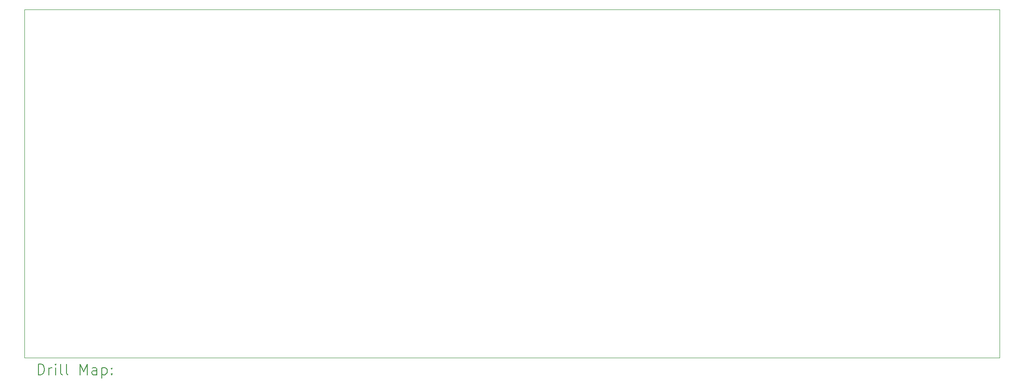
<source format=gbr>
%TF.GenerationSoftware,KiCad,Pcbnew,7.0.5-0*%
%TF.CreationDate,2023-07-07T16:59:42-04:00*%
%TF.ProjectId,nixie,6e697869-652e-46b6-9963-61645f706362,rev?*%
%TF.SameCoordinates,Original*%
%TF.FileFunction,Drillmap*%
%TF.FilePolarity,Positive*%
%FSLAX45Y45*%
G04 Gerber Fmt 4.5, Leading zero omitted, Abs format (unit mm)*
G04 Created by KiCad (PCBNEW 7.0.5-0) date 2023-07-07 16:59:42*
%MOMM*%
%LPD*%
G01*
G04 APERTURE LIST*
%ADD10C,0.050000*%
%ADD11C,0.200000*%
G04 APERTURE END LIST*
D10*
X24750000Y-14305700D02*
X24750000Y-7782210D01*
X6500000Y-14305700D02*
X24750000Y-14305700D01*
X24750000Y-7782210D02*
X6500000Y-7782210D01*
X6500000Y-7782210D02*
X6500000Y-14305700D01*
D11*
X6758277Y-14619684D02*
X6758277Y-14419684D01*
X6758277Y-14419684D02*
X6805896Y-14419684D01*
X6805896Y-14419684D02*
X6834467Y-14429208D01*
X6834467Y-14429208D02*
X6853515Y-14448255D01*
X6853515Y-14448255D02*
X6863039Y-14467303D01*
X6863039Y-14467303D02*
X6872562Y-14505398D01*
X6872562Y-14505398D02*
X6872562Y-14533969D01*
X6872562Y-14533969D02*
X6863039Y-14572065D01*
X6863039Y-14572065D02*
X6853515Y-14591112D01*
X6853515Y-14591112D02*
X6834467Y-14610160D01*
X6834467Y-14610160D02*
X6805896Y-14619684D01*
X6805896Y-14619684D02*
X6758277Y-14619684D01*
X6958277Y-14619684D02*
X6958277Y-14486350D01*
X6958277Y-14524446D02*
X6967801Y-14505398D01*
X6967801Y-14505398D02*
X6977324Y-14495874D01*
X6977324Y-14495874D02*
X6996372Y-14486350D01*
X6996372Y-14486350D02*
X7015420Y-14486350D01*
X7082086Y-14619684D02*
X7082086Y-14486350D01*
X7082086Y-14419684D02*
X7072562Y-14429208D01*
X7072562Y-14429208D02*
X7082086Y-14438731D01*
X7082086Y-14438731D02*
X7091610Y-14429208D01*
X7091610Y-14429208D02*
X7082086Y-14419684D01*
X7082086Y-14419684D02*
X7082086Y-14438731D01*
X7205896Y-14619684D02*
X7186848Y-14610160D01*
X7186848Y-14610160D02*
X7177324Y-14591112D01*
X7177324Y-14591112D02*
X7177324Y-14419684D01*
X7310658Y-14619684D02*
X7291610Y-14610160D01*
X7291610Y-14610160D02*
X7282086Y-14591112D01*
X7282086Y-14591112D02*
X7282086Y-14419684D01*
X7539229Y-14619684D02*
X7539229Y-14419684D01*
X7539229Y-14419684D02*
X7605896Y-14562541D01*
X7605896Y-14562541D02*
X7672562Y-14419684D01*
X7672562Y-14419684D02*
X7672562Y-14619684D01*
X7853515Y-14619684D02*
X7853515Y-14514922D01*
X7853515Y-14514922D02*
X7843991Y-14495874D01*
X7843991Y-14495874D02*
X7824943Y-14486350D01*
X7824943Y-14486350D02*
X7786848Y-14486350D01*
X7786848Y-14486350D02*
X7767801Y-14495874D01*
X7853515Y-14610160D02*
X7834467Y-14619684D01*
X7834467Y-14619684D02*
X7786848Y-14619684D01*
X7786848Y-14619684D02*
X7767801Y-14610160D01*
X7767801Y-14610160D02*
X7758277Y-14591112D01*
X7758277Y-14591112D02*
X7758277Y-14572065D01*
X7758277Y-14572065D02*
X7767801Y-14553017D01*
X7767801Y-14553017D02*
X7786848Y-14543493D01*
X7786848Y-14543493D02*
X7834467Y-14543493D01*
X7834467Y-14543493D02*
X7853515Y-14533969D01*
X7948753Y-14486350D02*
X7948753Y-14686350D01*
X7948753Y-14495874D02*
X7967801Y-14486350D01*
X7967801Y-14486350D02*
X8005896Y-14486350D01*
X8005896Y-14486350D02*
X8024943Y-14495874D01*
X8024943Y-14495874D02*
X8034467Y-14505398D01*
X8034467Y-14505398D02*
X8043991Y-14524446D01*
X8043991Y-14524446D02*
X8043991Y-14581588D01*
X8043991Y-14581588D02*
X8034467Y-14600636D01*
X8034467Y-14600636D02*
X8024943Y-14610160D01*
X8024943Y-14610160D02*
X8005896Y-14619684D01*
X8005896Y-14619684D02*
X7967801Y-14619684D01*
X7967801Y-14619684D02*
X7948753Y-14610160D01*
X8129705Y-14600636D02*
X8139229Y-14610160D01*
X8139229Y-14610160D02*
X8129705Y-14619684D01*
X8129705Y-14619684D02*
X8120182Y-14610160D01*
X8120182Y-14610160D02*
X8129705Y-14600636D01*
X8129705Y-14600636D02*
X8129705Y-14619684D01*
X8129705Y-14495874D02*
X8139229Y-14505398D01*
X8139229Y-14505398D02*
X8129705Y-14514922D01*
X8129705Y-14514922D02*
X8120182Y-14505398D01*
X8120182Y-14505398D02*
X8129705Y-14495874D01*
X8129705Y-14495874D02*
X8129705Y-14514922D01*
M02*

</source>
